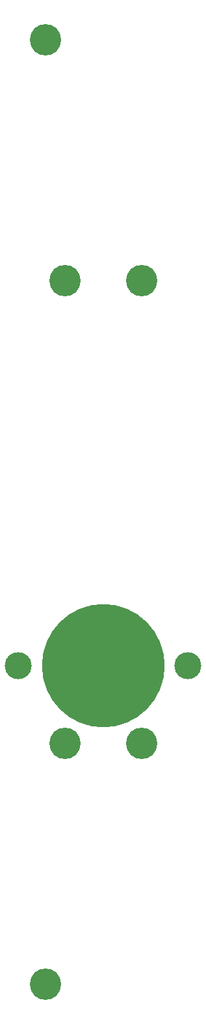
<source format=gtl>
G04 #@! TF.GenerationSoftware,KiCad,Pcbnew,(5.1.0)-1*
G04 #@! TF.CreationDate,2019-05-28T14:34:34-04:00*
G04 #@! TF.ProjectId,Power Supply_Panel,506f7765-7220-4537-9570-706c795f5061,rev?*
G04 #@! TF.SameCoordinates,Original*
G04 #@! TF.FileFunction,Copper,L1,Top*
G04 #@! TF.FilePolarity,Positive*
%FSLAX46Y46*%
G04 Gerber Fmt 4.6, Leading zero omitted, Abs format (unit mm)*
G04 Created by KiCad (PCBNEW (5.1.0)-1) date 2019-05-28 14:34:34*
%MOMM*%
%LPD*%
G04 APERTURE LIST*
%ADD10C,4.064000*%
%ADD11C,3.500000*%
%ADD12C,16.000000*%
G04 APERTURE END LIST*
D10*
X37500000Y-33000000D03*
X40000000Y-64250000D03*
X40000000Y-124250000D03*
X37500000Y-155500000D03*
X50000000Y-64250000D03*
X50000000Y-124250000D03*
D11*
X56050000Y-114250000D03*
X33950000Y-114250000D03*
D12*
X45000000Y-114250000D03*
M02*

</source>
